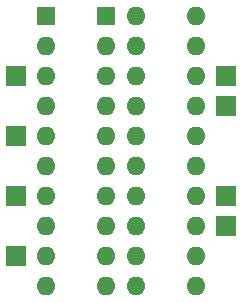
<source format=gbr>
%TF.GenerationSoftware,KiCad,Pcbnew,7.0.5*%
%TF.CreationDate,2024-09-29T20:40:23-04:00*%
%TF.ProjectId,74hc574_to_74ls273_converter,37346863-3537-4345-9f74-6f5f37346c73,rev?*%
%TF.SameCoordinates,Original*%
%TF.FileFunction,Soldermask,Top*%
%TF.FilePolarity,Negative*%
%FSLAX46Y46*%
G04 Gerber Fmt 4.6, Leading zero omitted, Abs format (unit mm)*
G04 Created by KiCad (PCBNEW 7.0.5) date 2024-09-29 20:40:23*
%MOMM*%
%LPD*%
G01*
G04 APERTURE LIST*
%ADD10R,1.700000X1.700000*%
%ADD11R,1.600000X1.600000*%
%ADD12O,1.600000X1.600000*%
G04 APERTURE END LIST*
D10*
%TO.C,J1*%
X63500000Y-30480000D03*
%TD*%
%TO.C,J8*%
X45720000Y-45720000D03*
%TD*%
D11*
%TO.C,U1*%
X48260000Y-25400000D03*
D12*
X48260000Y-27940000D03*
X48260000Y-30480000D03*
X48260000Y-33020000D03*
X48260000Y-35560000D03*
X48260000Y-38100000D03*
X48260000Y-40640000D03*
X48260000Y-43180000D03*
X48260000Y-45720000D03*
X48260000Y-48260000D03*
X55880000Y-48260000D03*
X55880000Y-45720000D03*
X55880000Y-43180000D03*
X55880000Y-40640000D03*
X55880000Y-38100000D03*
X55880000Y-35560000D03*
X55880000Y-33020000D03*
X55880000Y-30480000D03*
X55880000Y-27940000D03*
X55880000Y-25400000D03*
%TD*%
D10*
%TO.C,J4*%
X63500000Y-43180000D03*
%TD*%
%TO.C,J3*%
X63500000Y-40640000D03*
%TD*%
%TO.C,J5*%
X45720000Y-30480000D03*
%TD*%
%TO.C,J6*%
X45720000Y-35560000D03*
%TD*%
%TO.C,J2*%
X63500000Y-33020000D03*
%TD*%
D11*
%TO.C,U2*%
X53340000Y-25400000D03*
D12*
X53340000Y-27940000D03*
X53340000Y-30480000D03*
X53340000Y-33020000D03*
X53340000Y-35560000D03*
X53340000Y-38100000D03*
X53340000Y-40640000D03*
X53340000Y-43180000D03*
X53340000Y-45720000D03*
X53340000Y-48260000D03*
X60960000Y-48260000D03*
X60960000Y-45720000D03*
X60960000Y-43180000D03*
X60960000Y-40640000D03*
X60960000Y-38100000D03*
X60960000Y-35560000D03*
X60960000Y-33020000D03*
X60960000Y-30480000D03*
X60960000Y-27940000D03*
X60960000Y-25400000D03*
%TD*%
D10*
%TO.C,J7*%
X45720000Y-40640000D03*
%TD*%
M02*

</source>
